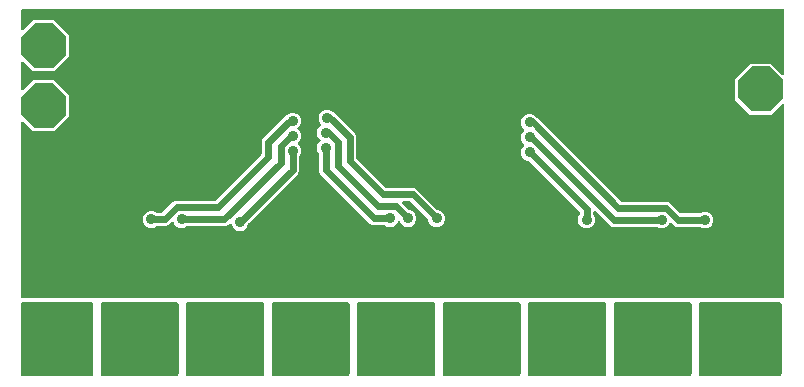
<source format=gbr>
G04 EAGLE Gerber RS-274X export*
G75*
%MOMM*%
%FSLAX34Y34*%
%LPD*%
%INBottom Copper*%
%IPPOS*%
%AMOC8*
5,1,8,0,0,1.08239X$1,22.5*%
G01*
%ADD10P,4.123906X8X202.500000*%
%ADD11P,4.123906X8X22.500000*%
%ADD12C,0.906400*%
%ADD13C,0.609600*%

G36*
X774535Y286455D02*
X774535Y286455D01*
X774674Y286468D01*
X774812Y286477D01*
X774831Y286483D01*
X774851Y286485D01*
X774983Y286532D01*
X775114Y286575D01*
X775132Y286586D01*
X775151Y286593D01*
X775266Y286671D01*
X775383Y286745D01*
X775397Y286760D01*
X775414Y286771D01*
X775506Y286876D01*
X775601Y286977D01*
X775611Y286994D01*
X775624Y287010D01*
X775688Y287134D01*
X775755Y287255D01*
X775760Y287275D01*
X775769Y287293D01*
X775799Y287429D01*
X775834Y287563D01*
X775836Y287591D01*
X775839Y287603D01*
X775838Y287624D01*
X775844Y287724D01*
X775844Y340895D01*
X775829Y341013D01*
X775822Y341132D01*
X775809Y341170D01*
X775804Y341211D01*
X775761Y341321D01*
X775724Y341434D01*
X775702Y341469D01*
X775687Y341506D01*
X775618Y341602D01*
X775554Y341703D01*
X775524Y341731D01*
X775501Y341764D01*
X775409Y341840D01*
X775322Y341921D01*
X775287Y341941D01*
X775256Y341966D01*
X775148Y342017D01*
X775044Y342075D01*
X775004Y342085D01*
X774968Y342102D01*
X774851Y342124D01*
X774736Y342154D01*
X774676Y342158D01*
X774656Y342162D01*
X774635Y342160D01*
X774575Y342164D01*
X130810Y342164D01*
X130692Y342149D01*
X130573Y342142D01*
X130535Y342129D01*
X130494Y342124D01*
X130384Y342081D01*
X130271Y342044D01*
X130236Y342022D01*
X130199Y342007D01*
X130103Y341938D01*
X130002Y341874D01*
X129974Y341844D01*
X129941Y341821D01*
X129865Y341729D01*
X129784Y341642D01*
X129764Y341607D01*
X129739Y341576D01*
X129688Y341468D01*
X129630Y341364D01*
X129620Y341324D01*
X129603Y341288D01*
X129581Y341171D01*
X129551Y341056D01*
X129547Y340996D01*
X129543Y340976D01*
X129545Y340955D01*
X129541Y340895D01*
X129541Y325699D01*
X129558Y325561D01*
X129571Y325423D01*
X129578Y325403D01*
X129581Y325383D01*
X129632Y325254D01*
X129679Y325123D01*
X129690Y325106D01*
X129698Y325088D01*
X129779Y324976D01*
X129857Y324860D01*
X129873Y324847D01*
X129884Y324830D01*
X129992Y324742D01*
X130096Y324650D01*
X130114Y324640D01*
X130129Y324627D01*
X130255Y324568D01*
X130379Y324505D01*
X130399Y324501D01*
X130417Y324492D01*
X130553Y324466D01*
X130689Y324435D01*
X130710Y324436D01*
X130729Y324432D01*
X130868Y324441D01*
X131007Y324445D01*
X131027Y324451D01*
X131047Y324452D01*
X131179Y324495D01*
X131313Y324533D01*
X131330Y324544D01*
X131349Y324550D01*
X131467Y324625D01*
X131587Y324695D01*
X131608Y324714D01*
X131618Y324720D01*
X131632Y324735D01*
X131707Y324801D01*
X139647Y332741D01*
X157533Y332741D01*
X170181Y320093D01*
X170181Y302207D01*
X157533Y289559D01*
X139647Y289559D01*
X131707Y297499D01*
X131598Y297584D01*
X131491Y297673D01*
X131472Y297681D01*
X131456Y297694D01*
X131328Y297749D01*
X131203Y297808D01*
X131183Y297812D01*
X131164Y297820D01*
X131026Y297842D01*
X130890Y297868D01*
X130870Y297867D01*
X130850Y297870D01*
X130711Y297857D01*
X130573Y297848D01*
X130554Y297842D01*
X130534Y297840D01*
X130402Y297793D01*
X130271Y297750D01*
X130253Y297739D01*
X130234Y297732D01*
X130119Y297654D01*
X130002Y297580D01*
X129988Y297565D01*
X129971Y297554D01*
X129879Y297449D01*
X129784Y297348D01*
X129774Y297331D01*
X129761Y297315D01*
X129697Y297191D01*
X129630Y297070D01*
X129625Y297050D01*
X129616Y297032D01*
X129586Y296896D01*
X129551Y296762D01*
X129549Y296734D01*
X129546Y296722D01*
X129547Y296701D01*
X129541Y296601D01*
X129541Y274899D01*
X129558Y274761D01*
X129571Y274623D01*
X129578Y274603D01*
X129581Y274583D01*
X129632Y274454D01*
X129679Y274323D01*
X129690Y274306D01*
X129698Y274288D01*
X129779Y274176D01*
X129857Y274060D01*
X129873Y274047D01*
X129884Y274030D01*
X129992Y273942D01*
X130096Y273850D01*
X130114Y273840D01*
X130129Y273827D01*
X130255Y273768D01*
X130379Y273705D01*
X130399Y273701D01*
X130417Y273692D01*
X130553Y273666D01*
X130689Y273635D01*
X130710Y273636D01*
X130729Y273632D01*
X130868Y273641D01*
X131007Y273645D01*
X131027Y273651D01*
X131047Y273652D01*
X131179Y273695D01*
X131313Y273733D01*
X131330Y273744D01*
X131349Y273750D01*
X131467Y273825D01*
X131587Y273895D01*
X131608Y273914D01*
X131618Y273920D01*
X131632Y273935D01*
X131707Y274001D01*
X139647Y281941D01*
X157533Y281941D01*
X170181Y269293D01*
X170181Y251407D01*
X157533Y238759D01*
X139647Y238759D01*
X131707Y246699D01*
X131598Y246784D01*
X131491Y246873D01*
X131472Y246881D01*
X131456Y246894D01*
X131328Y246949D01*
X131203Y247008D01*
X131183Y247012D01*
X131164Y247020D01*
X131026Y247042D01*
X130890Y247068D01*
X130870Y247067D01*
X130850Y247070D01*
X130711Y247057D01*
X130573Y247048D01*
X130554Y247042D01*
X130534Y247040D01*
X130402Y246993D01*
X130271Y246950D01*
X130253Y246939D01*
X130234Y246932D01*
X130119Y246854D01*
X130002Y246780D01*
X129988Y246765D01*
X129971Y246754D01*
X129879Y246649D01*
X129784Y246548D01*
X129774Y246531D01*
X129761Y246515D01*
X129697Y246391D01*
X129630Y246270D01*
X129625Y246250D01*
X129616Y246232D01*
X129586Y246096D01*
X129551Y245962D01*
X129549Y245934D01*
X129546Y245922D01*
X129547Y245901D01*
X129541Y245801D01*
X129541Y99060D01*
X129556Y98942D01*
X129563Y98823D01*
X129576Y98785D01*
X129581Y98744D01*
X129624Y98634D01*
X129661Y98521D01*
X129683Y98486D01*
X129698Y98449D01*
X129767Y98353D01*
X129831Y98252D01*
X129861Y98224D01*
X129884Y98191D01*
X129976Y98116D01*
X130063Y98034D01*
X130098Y98014D01*
X130129Y97989D01*
X130237Y97938D01*
X130341Y97880D01*
X130381Y97870D01*
X130417Y97853D01*
X130534Y97831D01*
X130649Y97801D01*
X130709Y97797D01*
X130729Y97793D01*
X130750Y97795D01*
X130810Y97791D01*
X774575Y97791D01*
X774693Y97806D01*
X774812Y97813D01*
X774850Y97826D01*
X774891Y97831D01*
X775001Y97874D01*
X775114Y97911D01*
X775149Y97933D01*
X775186Y97948D01*
X775282Y98017D01*
X775383Y98081D01*
X775411Y98111D01*
X775444Y98134D01*
X775520Y98226D01*
X775601Y98313D01*
X775621Y98348D01*
X775646Y98379D01*
X775697Y98487D01*
X775755Y98591D01*
X775765Y98631D01*
X775782Y98667D01*
X775804Y98784D01*
X775834Y98899D01*
X775838Y98959D01*
X775842Y98979D01*
X775840Y99000D01*
X775844Y99060D01*
X775844Y260916D01*
X775827Y261054D01*
X775814Y261192D01*
X775807Y261212D01*
X775804Y261232D01*
X775753Y261361D01*
X775706Y261492D01*
X775695Y261509D01*
X775687Y261527D01*
X775606Y261639D01*
X775528Y261755D01*
X775512Y261768D01*
X775501Y261785D01*
X775393Y261873D01*
X775289Y261965D01*
X775271Y261975D01*
X775256Y261988D01*
X775130Y262047D01*
X775006Y262110D01*
X774986Y262114D01*
X774968Y262123D01*
X774832Y262149D01*
X774696Y262180D01*
X774675Y262179D01*
X774656Y262183D01*
X774517Y262174D01*
X774378Y262170D01*
X774358Y262164D01*
X774338Y262163D01*
X774206Y262120D01*
X774072Y262082D01*
X774055Y262071D01*
X774036Y262065D01*
X773918Y261990D01*
X773798Y261920D01*
X773777Y261901D01*
X773767Y261895D01*
X773753Y261880D01*
X773678Y261814D01*
X764593Y252729D01*
X746707Y252729D01*
X734059Y265377D01*
X734059Y283263D01*
X746707Y295911D01*
X764593Y295911D01*
X773678Y286826D01*
X773787Y286741D01*
X773894Y286652D01*
X773913Y286644D01*
X773929Y286631D01*
X774057Y286576D01*
X774182Y286517D01*
X774202Y286513D01*
X774221Y286505D01*
X774359Y286483D01*
X774495Y286457D01*
X774515Y286458D01*
X774535Y286455D01*
G37*
%LPC*%
G36*
X688641Y169419D02*
X688641Y169419D01*
X703721Y169419D01*
X703819Y169431D01*
X703918Y169434D01*
X703976Y169451D01*
X704036Y169459D01*
X704128Y169495D01*
X704223Y169523D01*
X704276Y169553D01*
X704332Y169576D01*
X704412Y169634D01*
X704497Y169684D01*
X704573Y169750D01*
X704589Y169762D01*
X704597Y169772D01*
X704618Y169790D01*
X704654Y169826D01*
X707253Y170903D01*
X710067Y170903D01*
X712666Y169826D01*
X714656Y167836D01*
X715733Y165237D01*
X715733Y162423D01*
X714656Y159824D01*
X712666Y157834D01*
X710067Y156757D01*
X707253Y156757D01*
X704654Y157834D01*
X704618Y157870D01*
X704540Y157930D01*
X704468Y157998D01*
X704415Y158027D01*
X704367Y158064D01*
X704276Y158104D01*
X704189Y158152D01*
X704131Y158167D01*
X704075Y158191D01*
X703977Y158206D01*
X703881Y158231D01*
X703781Y158237D01*
X703761Y158241D01*
X703749Y158239D01*
X703721Y158241D01*
X684688Y158241D01*
X682634Y159092D01*
X680884Y160843D01*
X680363Y161363D01*
X680324Y161394D01*
X680291Y161430D01*
X680199Y161491D01*
X680112Y161558D01*
X680066Y161578D01*
X680025Y161605D01*
X679921Y161641D01*
X679820Y161684D01*
X679771Y161692D01*
X679724Y161708D01*
X679615Y161717D01*
X679506Y161734D01*
X679457Y161730D01*
X679407Y161734D01*
X679299Y161715D01*
X679189Y161704D01*
X679143Y161688D01*
X679094Y161679D01*
X678993Y161634D01*
X678890Y161597D01*
X678849Y161569D01*
X678804Y161549D01*
X678718Y161480D01*
X678627Y161418D01*
X678594Y161381D01*
X678555Y161350D01*
X678489Y161262D01*
X678417Y161180D01*
X678394Y161136D01*
X678364Y161096D01*
X678293Y160951D01*
X677826Y159824D01*
X675836Y157834D01*
X673237Y156757D01*
X670423Y156757D01*
X667824Y157834D01*
X667788Y157870D01*
X667710Y157930D01*
X667638Y157998D01*
X667585Y158027D01*
X667537Y158064D01*
X667446Y158104D01*
X667359Y158152D01*
X667301Y158167D01*
X667245Y158191D01*
X667147Y158206D01*
X667051Y158231D01*
X666951Y158237D01*
X666931Y158241D01*
X666919Y158239D01*
X666891Y158241D01*
X630078Y158241D01*
X628024Y159092D01*
X626274Y160843D01*
X616085Y171031D01*
X615976Y171116D01*
X615869Y171205D01*
X615850Y171213D01*
X615834Y171226D01*
X615706Y171281D01*
X615581Y171340D01*
X615561Y171344D01*
X615542Y171352D01*
X615404Y171374D01*
X615268Y171400D01*
X615248Y171399D01*
X615228Y171402D01*
X615089Y171389D01*
X614951Y171380D01*
X614932Y171374D01*
X614912Y171372D01*
X614780Y171325D01*
X614649Y171282D01*
X614631Y171271D01*
X614612Y171265D01*
X614497Y171187D01*
X614380Y171112D01*
X614366Y171097D01*
X614349Y171086D01*
X614257Y170982D01*
X614162Y170881D01*
X614152Y170863D01*
X614139Y170848D01*
X614075Y170723D01*
X614008Y170602D01*
X614003Y170582D01*
X613994Y170564D01*
X613964Y170429D01*
X613929Y170294D01*
X613927Y170266D01*
X613924Y170254D01*
X613925Y170234D01*
X613919Y170133D01*
X613919Y168769D01*
X613931Y168671D01*
X613934Y168572D01*
X613951Y168514D01*
X613959Y168454D01*
X613995Y168362D01*
X614023Y168267D01*
X614053Y168214D01*
X614076Y168158D01*
X614134Y168078D01*
X614184Y167993D01*
X614250Y167917D01*
X614262Y167901D01*
X614272Y167893D01*
X614290Y167872D01*
X614326Y167836D01*
X615403Y165237D01*
X615403Y162423D01*
X614326Y159824D01*
X612336Y157834D01*
X609737Y156757D01*
X606923Y156757D01*
X604324Y157834D01*
X602334Y159824D01*
X601257Y162423D01*
X601257Y165237D01*
X602334Y167836D01*
X602370Y167872D01*
X602430Y167950D01*
X602470Y167993D01*
X602498Y168022D01*
X602527Y168075D01*
X602564Y168123D01*
X602604Y168214D01*
X602652Y168301D01*
X602667Y168359D01*
X602691Y168415D01*
X602706Y168513D01*
X602731Y168609D01*
X602737Y168709D01*
X602741Y168729D01*
X602739Y168741D01*
X602741Y168769D01*
X602741Y169879D01*
X602729Y169978D01*
X602726Y170077D01*
X602709Y170135D01*
X602701Y170195D01*
X602665Y170287D01*
X602637Y170382D01*
X602607Y170434D01*
X602584Y170491D01*
X602526Y170571D01*
X602476Y170656D01*
X602410Y170731D01*
X602398Y170748D01*
X602388Y170756D01*
X602370Y170777D01*
X559611Y213536D01*
X559533Y213596D01*
X559460Y213664D01*
X559407Y213693D01*
X559360Y213730D01*
X559269Y213770D01*
X559182Y213818D01*
X559123Y213833D01*
X559068Y213857D01*
X558970Y213872D01*
X558874Y213897D01*
X558774Y213903D01*
X558754Y213907D01*
X558741Y213905D01*
X558713Y213907D01*
X558663Y213907D01*
X556064Y214984D01*
X554074Y216974D01*
X552997Y219573D01*
X552997Y222387D01*
X554074Y224986D01*
X555520Y226433D01*
X555593Y226527D01*
X555672Y226616D01*
X555690Y226652D01*
X555715Y226684D01*
X555762Y226793D01*
X555817Y226899D01*
X555825Y226938D01*
X555841Y226976D01*
X555860Y227093D01*
X555886Y227209D01*
X555885Y227250D01*
X555891Y227290D01*
X555880Y227408D01*
X555877Y227527D01*
X555865Y227566D01*
X555861Y227606D01*
X555821Y227718D01*
X555788Y227833D01*
X555768Y227868D01*
X555754Y227906D01*
X555687Y228004D01*
X555627Y228107D01*
X555587Y228152D01*
X555575Y228169D01*
X555560Y228182D01*
X555520Y228228D01*
X554074Y229674D01*
X552997Y232273D01*
X552997Y235087D01*
X554074Y237686D01*
X555520Y239132D01*
X555593Y239227D01*
X555672Y239316D01*
X555690Y239352D01*
X555715Y239384D01*
X555762Y239493D01*
X555817Y239599D01*
X555825Y239638D01*
X555841Y239676D01*
X555860Y239793D01*
X555886Y239909D01*
X555885Y239950D01*
X555891Y239990D01*
X555880Y240108D01*
X555877Y240227D01*
X555865Y240266D01*
X555861Y240306D01*
X555821Y240419D01*
X555788Y240533D01*
X555768Y240567D01*
X555754Y240606D01*
X555687Y240704D01*
X555627Y240807D01*
X555587Y240852D01*
X555575Y240869D01*
X555560Y240882D01*
X555520Y240927D01*
X554074Y242374D01*
X552997Y244973D01*
X552997Y247787D01*
X554074Y250386D01*
X556064Y252376D01*
X558663Y253453D01*
X561477Y253453D01*
X564076Y252376D01*
X564844Y251608D01*
X564851Y251603D01*
X564857Y251596D01*
X564976Y251506D01*
X565095Y251414D01*
X565104Y251410D01*
X565111Y251404D01*
X565256Y251333D01*
X565776Y251118D01*
X637157Y179736D01*
X637235Y179676D01*
X637308Y179608D01*
X637361Y179579D01*
X637408Y179542D01*
X637499Y179502D01*
X637586Y179454D01*
X637645Y179439D01*
X637700Y179415D01*
X637798Y179400D01*
X637894Y179375D01*
X637994Y179369D01*
X638014Y179365D01*
X638027Y179367D01*
X638055Y179365D01*
X676966Y179365D01*
X679020Y178514D01*
X687743Y169790D01*
X687821Y169730D01*
X687894Y169662D01*
X687947Y169633D01*
X687994Y169596D01*
X688085Y169556D01*
X688172Y169508D01*
X688231Y169493D01*
X688286Y169469D01*
X688384Y169454D01*
X688480Y169429D01*
X688580Y169423D01*
X688600Y169419D01*
X688613Y169421D01*
X688641Y169419D01*
G37*
%LPD*%
%LPC*%
G36*
X313553Y154647D02*
X313553Y154647D01*
X310954Y155724D01*
X308964Y157714D01*
X307930Y160210D01*
X307906Y160253D01*
X307889Y160300D01*
X307827Y160390D01*
X307773Y160486D01*
X307738Y160522D01*
X307710Y160563D01*
X307628Y160635D01*
X307551Y160714D01*
X307509Y160740D01*
X307472Y160773D01*
X307374Y160823D01*
X307280Y160880D01*
X307233Y160895D01*
X307188Y160918D01*
X307081Y160942D01*
X306976Y160974D01*
X306927Y160976D01*
X306878Y160987D01*
X306768Y160984D01*
X306659Y160989D01*
X306610Y160979D01*
X306560Y160978D01*
X306455Y160947D01*
X306347Y160925D01*
X306302Y160903D01*
X306255Y160889D01*
X306160Y160834D01*
X306061Y160785D01*
X306024Y160753D01*
X305981Y160728D01*
X305860Y160621D01*
X304761Y159522D01*
X302707Y158671D01*
X270369Y158671D01*
X270271Y158659D01*
X270172Y158656D01*
X270114Y158639D01*
X270054Y158631D01*
X269962Y158595D01*
X269867Y158567D01*
X269814Y158537D01*
X269758Y158514D01*
X269678Y158456D01*
X269593Y158406D01*
X269517Y158340D01*
X269501Y158328D01*
X269493Y158318D01*
X269472Y158300D01*
X269436Y158264D01*
X266837Y157187D01*
X264023Y157187D01*
X261424Y158264D01*
X259434Y160254D01*
X258900Y161544D01*
X258875Y161587D01*
X258858Y161634D01*
X258796Y161725D01*
X258742Y161820D01*
X258707Y161856D01*
X258680Y161897D01*
X258597Y161970D01*
X258521Y162049D01*
X258478Y162075D01*
X258441Y162108D01*
X258343Y162158D01*
X258250Y162215D01*
X258202Y162230D01*
X258158Y162252D01*
X258051Y162276D01*
X257946Y162309D01*
X257896Y162311D01*
X257848Y162322D01*
X257738Y162318D01*
X257628Y162324D01*
X257579Y162314D01*
X257530Y162312D01*
X257424Y162282D01*
X257317Y162259D01*
X257272Y162237D01*
X257224Y162224D01*
X257130Y162168D01*
X257031Y162120D01*
X256993Y162087D01*
X256950Y162062D01*
X256829Y161956D01*
X254396Y159522D01*
X252342Y158671D01*
X244739Y158671D01*
X244641Y158659D01*
X244542Y158656D01*
X244484Y158639D01*
X244424Y158631D01*
X244332Y158595D01*
X244237Y158567D01*
X244184Y158537D01*
X244128Y158514D01*
X244048Y158456D01*
X243963Y158406D01*
X243887Y158340D01*
X243871Y158328D01*
X243863Y158318D01*
X243842Y158300D01*
X243806Y158264D01*
X241207Y157187D01*
X238393Y157187D01*
X235794Y158264D01*
X233804Y160254D01*
X232727Y162853D01*
X232727Y165667D01*
X233804Y168266D01*
X235794Y170256D01*
X238393Y171333D01*
X241207Y171333D01*
X243806Y170256D01*
X243842Y170220D01*
X243920Y170160D01*
X243992Y170092D01*
X244045Y170063D01*
X244093Y170026D01*
X244184Y169986D01*
X244271Y169938D01*
X244329Y169923D01*
X244385Y169899D01*
X244483Y169884D01*
X244579Y169859D01*
X244679Y169853D01*
X244699Y169849D01*
X244711Y169851D01*
X244739Y169849D01*
X248389Y169849D01*
X248488Y169861D01*
X248587Y169864D01*
X248645Y169881D01*
X248705Y169889D01*
X248797Y169925D01*
X248892Y169953D01*
X248944Y169983D01*
X249001Y170006D01*
X249081Y170064D01*
X249166Y170114D01*
X249241Y170180D01*
X249258Y170192D01*
X249266Y170202D01*
X249287Y170220D01*
X258224Y179158D01*
X260278Y180009D01*
X293499Y180009D01*
X293598Y180021D01*
X293697Y180024D01*
X293755Y180041D01*
X293815Y180049D01*
X293907Y180085D01*
X294002Y180113D01*
X294054Y180143D01*
X294111Y180166D01*
X294191Y180224D01*
X294276Y180274D01*
X294351Y180340D01*
X294368Y180352D01*
X294376Y180362D01*
X294397Y180380D01*
X332916Y218899D01*
X332976Y218977D01*
X333044Y219050D01*
X333073Y219103D01*
X333110Y219150D01*
X333150Y219241D01*
X333198Y219328D01*
X333213Y219387D01*
X333237Y219442D01*
X333252Y219540D01*
X333277Y219636D01*
X333283Y219736D01*
X333287Y219756D01*
X333285Y219769D01*
X333287Y219797D01*
X333287Y230768D01*
X334138Y232822D01*
X353704Y252388D01*
X354224Y252603D01*
X354232Y252608D01*
X354241Y252611D01*
X354371Y252687D01*
X354501Y252761D01*
X354507Y252767D01*
X354515Y252772D01*
X354636Y252878D01*
X355404Y253646D01*
X358003Y254723D01*
X360817Y254723D01*
X363416Y253646D01*
X365406Y251656D01*
X366483Y249057D01*
X366483Y246243D01*
X365406Y243644D01*
X363960Y242197D01*
X363887Y242103D01*
X363808Y242014D01*
X363790Y241978D01*
X363765Y241946D01*
X363718Y241837D01*
X363663Y241731D01*
X363655Y241692D01*
X363639Y241654D01*
X363620Y241537D01*
X363594Y241421D01*
X363595Y241380D01*
X363589Y241340D01*
X363600Y241222D01*
X363603Y241103D01*
X363615Y241064D01*
X363619Y241024D01*
X363659Y240912D01*
X363692Y240797D01*
X363712Y240762D01*
X363726Y240724D01*
X363793Y240626D01*
X363853Y240523D01*
X363893Y240478D01*
X363905Y240461D01*
X363920Y240448D01*
X363960Y240402D01*
X365406Y238956D01*
X366483Y236357D01*
X366483Y233543D01*
X365406Y230944D01*
X364047Y229585D01*
X363974Y229491D01*
X363896Y229402D01*
X363877Y229366D01*
X363852Y229334D01*
X363805Y229225D01*
X363751Y229119D01*
X363742Y229079D01*
X363726Y229042D01*
X363707Y228924D01*
X363681Y228808D01*
X363683Y228768D01*
X363676Y228728D01*
X363687Y228609D01*
X363691Y228490D01*
X363702Y228451D01*
X363706Y228411D01*
X363746Y228299D01*
X363779Y228185D01*
X363800Y228150D01*
X363814Y228112D01*
X363880Y228013D01*
X363941Y227911D01*
X363981Y227866D01*
X363992Y227849D01*
X364007Y227835D01*
X364047Y227790D01*
X365494Y226344D01*
X366570Y223744D01*
X366570Y220931D01*
X365494Y218331D01*
X365458Y218296D01*
X365397Y218217D01*
X365329Y218145D01*
X365300Y218092D01*
X365263Y218044D01*
X365224Y217953D01*
X365176Y217867D01*
X365161Y217808D01*
X365137Y217753D01*
X365121Y217655D01*
X365096Y217559D01*
X365090Y217459D01*
X365087Y217438D01*
X365088Y217426D01*
X365086Y217398D01*
X365086Y205146D01*
X364235Y203092D01*
X322404Y161261D01*
X322344Y161183D01*
X322276Y161110D01*
X322247Y161057D01*
X322210Y161010D01*
X322170Y160919D01*
X322122Y160832D01*
X322107Y160773D01*
X322083Y160718D01*
X322068Y160620D01*
X322043Y160524D01*
X322037Y160424D01*
X322033Y160404D01*
X322035Y160391D01*
X322033Y160363D01*
X322033Y160313D01*
X320956Y157714D01*
X318966Y155724D01*
X316367Y154647D01*
X313553Y154647D01*
G37*
%LPD*%
G36*
X772278Y31766D02*
X772278Y31766D01*
X772397Y31773D01*
X772435Y31786D01*
X772476Y31791D01*
X772586Y31834D01*
X772699Y31871D01*
X772734Y31893D01*
X772771Y31908D01*
X772867Y31978D01*
X772968Y32041D01*
X772996Y32071D01*
X773029Y32094D01*
X773105Y32186D01*
X773186Y32273D01*
X773206Y32308D01*
X773231Y32339D01*
X773282Y32447D01*
X773340Y32551D01*
X773350Y32591D01*
X773367Y32627D01*
X773389Y32744D01*
X773419Y32859D01*
X773423Y32920D01*
X773427Y32940D01*
X773425Y32960D01*
X773429Y33020D01*
X773429Y92710D01*
X773414Y92828D01*
X773407Y92947D01*
X773394Y92985D01*
X773389Y93026D01*
X773346Y93136D01*
X773309Y93249D01*
X773287Y93284D01*
X773272Y93321D01*
X773203Y93417D01*
X773139Y93518D01*
X773109Y93546D01*
X773086Y93579D01*
X772994Y93655D01*
X772907Y93736D01*
X772872Y93756D01*
X772841Y93781D01*
X772733Y93832D01*
X772629Y93890D01*
X772589Y93900D01*
X772553Y93917D01*
X772436Y93939D01*
X772321Y93969D01*
X772261Y93973D01*
X772241Y93977D01*
X772220Y93975D01*
X772160Y93979D01*
X704850Y93979D01*
X704732Y93964D01*
X704613Y93957D01*
X704575Y93944D01*
X704534Y93939D01*
X704424Y93896D01*
X704311Y93859D01*
X704276Y93837D01*
X704239Y93822D01*
X704143Y93753D01*
X704042Y93689D01*
X704014Y93659D01*
X703981Y93636D01*
X703906Y93544D01*
X703824Y93457D01*
X703804Y93422D01*
X703779Y93391D01*
X703728Y93283D01*
X703670Y93179D01*
X703660Y93139D01*
X703643Y93103D01*
X703621Y92986D01*
X703591Y92871D01*
X703587Y92811D01*
X703583Y92791D01*
X703585Y92770D01*
X703584Y92758D01*
X703583Y92755D01*
X703583Y92753D01*
X703581Y92710D01*
X703581Y33020D01*
X703596Y32902D01*
X703603Y32783D01*
X703616Y32745D01*
X703621Y32704D01*
X703664Y32594D01*
X703701Y32481D01*
X703723Y32446D01*
X703738Y32409D01*
X703808Y32313D01*
X703871Y32212D01*
X703901Y32184D01*
X703924Y32151D01*
X704016Y32076D01*
X704103Y31994D01*
X704138Y31974D01*
X704169Y31949D01*
X704277Y31898D01*
X704381Y31840D01*
X704421Y31830D01*
X704457Y31813D01*
X704574Y31791D01*
X704689Y31761D01*
X704750Y31757D01*
X704770Y31753D01*
X704790Y31755D01*
X704850Y31751D01*
X772160Y31751D01*
X772278Y31766D01*
G37*
G36*
X478908Y31766D02*
X478908Y31766D01*
X479027Y31773D01*
X479065Y31786D01*
X479106Y31791D01*
X479216Y31834D01*
X479329Y31871D01*
X479364Y31893D01*
X479401Y31908D01*
X479497Y31978D01*
X479598Y32041D01*
X479626Y32071D01*
X479659Y32094D01*
X479735Y32186D01*
X479816Y32273D01*
X479836Y32308D01*
X479861Y32339D01*
X479912Y32447D01*
X479970Y32551D01*
X479980Y32591D01*
X479997Y32627D01*
X480019Y32744D01*
X480049Y32859D01*
X480053Y32920D01*
X480057Y32940D01*
X480055Y32960D01*
X480059Y33020D01*
X480059Y92710D01*
X480044Y92828D01*
X480037Y92947D01*
X480024Y92985D01*
X480019Y93026D01*
X479976Y93136D01*
X479939Y93249D01*
X479917Y93284D01*
X479902Y93321D01*
X479833Y93417D01*
X479769Y93518D01*
X479739Y93546D01*
X479716Y93579D01*
X479624Y93655D01*
X479537Y93736D01*
X479502Y93756D01*
X479471Y93781D01*
X479363Y93832D01*
X479259Y93890D01*
X479219Y93900D01*
X479183Y93917D01*
X479066Y93939D01*
X478951Y93969D01*
X478891Y93973D01*
X478871Y93977D01*
X478850Y93975D01*
X478790Y93979D01*
X415290Y93979D01*
X415172Y93964D01*
X415053Y93957D01*
X415015Y93944D01*
X414974Y93939D01*
X414864Y93896D01*
X414751Y93859D01*
X414716Y93837D01*
X414679Y93822D01*
X414583Y93753D01*
X414482Y93689D01*
X414454Y93659D01*
X414421Y93636D01*
X414346Y93544D01*
X414264Y93457D01*
X414244Y93422D01*
X414219Y93391D01*
X414168Y93283D01*
X414110Y93179D01*
X414100Y93139D01*
X414083Y93103D01*
X414061Y92986D01*
X414031Y92871D01*
X414027Y92811D01*
X414023Y92791D01*
X414025Y92770D01*
X414024Y92758D01*
X414023Y92755D01*
X414023Y92753D01*
X414021Y92710D01*
X414021Y33020D01*
X414036Y32902D01*
X414043Y32783D01*
X414056Y32745D01*
X414061Y32704D01*
X414104Y32594D01*
X414141Y32481D01*
X414163Y32446D01*
X414178Y32409D01*
X414248Y32313D01*
X414311Y32212D01*
X414341Y32184D01*
X414364Y32151D01*
X414456Y32076D01*
X414543Y31994D01*
X414578Y31974D01*
X414609Y31949D01*
X414717Y31898D01*
X414821Y31840D01*
X414861Y31830D01*
X414897Y31813D01*
X415014Y31791D01*
X415129Y31761D01*
X415190Y31757D01*
X415210Y31753D01*
X415230Y31755D01*
X415290Y31751D01*
X478790Y31751D01*
X478908Y31766D01*
G37*
G36*
X551298Y31766D02*
X551298Y31766D01*
X551417Y31773D01*
X551455Y31786D01*
X551496Y31791D01*
X551606Y31834D01*
X551719Y31871D01*
X551754Y31893D01*
X551791Y31908D01*
X551887Y31978D01*
X551988Y32041D01*
X552016Y32071D01*
X552049Y32094D01*
X552125Y32186D01*
X552206Y32273D01*
X552226Y32308D01*
X552251Y32339D01*
X552302Y32447D01*
X552360Y32551D01*
X552370Y32591D01*
X552387Y32627D01*
X552409Y32744D01*
X552439Y32859D01*
X552443Y32920D01*
X552447Y32940D01*
X552445Y32960D01*
X552449Y33020D01*
X552449Y92710D01*
X552434Y92828D01*
X552427Y92947D01*
X552414Y92985D01*
X552409Y93026D01*
X552366Y93136D01*
X552329Y93249D01*
X552307Y93284D01*
X552292Y93321D01*
X552223Y93417D01*
X552159Y93518D01*
X552129Y93546D01*
X552106Y93579D01*
X552014Y93655D01*
X551927Y93736D01*
X551892Y93756D01*
X551861Y93781D01*
X551753Y93832D01*
X551649Y93890D01*
X551609Y93900D01*
X551573Y93917D01*
X551456Y93939D01*
X551341Y93969D01*
X551281Y93973D01*
X551261Y93977D01*
X551240Y93975D01*
X551180Y93979D01*
X487680Y93979D01*
X487562Y93964D01*
X487443Y93957D01*
X487405Y93944D01*
X487364Y93939D01*
X487254Y93896D01*
X487141Y93859D01*
X487106Y93837D01*
X487069Y93822D01*
X486973Y93753D01*
X486872Y93689D01*
X486844Y93659D01*
X486811Y93636D01*
X486736Y93544D01*
X486654Y93457D01*
X486634Y93422D01*
X486609Y93391D01*
X486558Y93283D01*
X486500Y93179D01*
X486490Y93139D01*
X486473Y93103D01*
X486451Y92986D01*
X486421Y92871D01*
X486417Y92811D01*
X486413Y92791D01*
X486415Y92770D01*
X486414Y92758D01*
X486413Y92755D01*
X486413Y92753D01*
X486411Y92710D01*
X486411Y33020D01*
X486426Y32902D01*
X486433Y32783D01*
X486446Y32745D01*
X486451Y32704D01*
X486494Y32594D01*
X486531Y32481D01*
X486553Y32446D01*
X486568Y32409D01*
X486638Y32313D01*
X486701Y32212D01*
X486731Y32184D01*
X486754Y32151D01*
X486846Y32076D01*
X486933Y31994D01*
X486968Y31974D01*
X486999Y31949D01*
X487107Y31898D01*
X487211Y31840D01*
X487251Y31830D01*
X487287Y31813D01*
X487404Y31791D01*
X487519Y31761D01*
X487580Y31757D01*
X487600Y31753D01*
X487620Y31755D01*
X487680Y31751D01*
X551180Y31751D01*
X551298Y31766D01*
G37*
G36*
X623688Y31766D02*
X623688Y31766D01*
X623807Y31773D01*
X623845Y31786D01*
X623886Y31791D01*
X623996Y31834D01*
X624109Y31871D01*
X624144Y31893D01*
X624181Y31908D01*
X624277Y31978D01*
X624378Y32041D01*
X624406Y32071D01*
X624439Y32094D01*
X624515Y32186D01*
X624596Y32273D01*
X624616Y32308D01*
X624641Y32339D01*
X624692Y32447D01*
X624750Y32551D01*
X624760Y32591D01*
X624777Y32627D01*
X624799Y32744D01*
X624829Y32859D01*
X624833Y32920D01*
X624837Y32940D01*
X624835Y32960D01*
X624839Y33020D01*
X624839Y92710D01*
X624824Y92828D01*
X624817Y92947D01*
X624804Y92985D01*
X624799Y93026D01*
X624756Y93136D01*
X624719Y93249D01*
X624697Y93284D01*
X624682Y93321D01*
X624613Y93417D01*
X624549Y93518D01*
X624519Y93546D01*
X624496Y93579D01*
X624404Y93655D01*
X624317Y93736D01*
X624282Y93756D01*
X624251Y93781D01*
X624143Y93832D01*
X624039Y93890D01*
X623999Y93900D01*
X623963Y93917D01*
X623846Y93939D01*
X623731Y93969D01*
X623671Y93973D01*
X623651Y93977D01*
X623630Y93975D01*
X623570Y93979D01*
X560070Y93979D01*
X559952Y93964D01*
X559833Y93957D01*
X559795Y93944D01*
X559754Y93939D01*
X559644Y93896D01*
X559531Y93859D01*
X559496Y93837D01*
X559459Y93822D01*
X559363Y93753D01*
X559262Y93689D01*
X559234Y93659D01*
X559201Y93636D01*
X559126Y93544D01*
X559044Y93457D01*
X559024Y93422D01*
X558999Y93391D01*
X558948Y93283D01*
X558890Y93179D01*
X558880Y93139D01*
X558863Y93103D01*
X558841Y92986D01*
X558811Y92871D01*
X558807Y92811D01*
X558803Y92791D01*
X558805Y92770D01*
X558804Y92758D01*
X558803Y92755D01*
X558803Y92753D01*
X558801Y92710D01*
X558801Y33020D01*
X558816Y32902D01*
X558823Y32783D01*
X558836Y32745D01*
X558841Y32704D01*
X558884Y32594D01*
X558921Y32481D01*
X558943Y32446D01*
X558958Y32409D01*
X559028Y32313D01*
X559091Y32212D01*
X559121Y32184D01*
X559144Y32151D01*
X559236Y32076D01*
X559323Y31994D01*
X559358Y31974D01*
X559389Y31949D01*
X559497Y31898D01*
X559601Y31840D01*
X559641Y31830D01*
X559677Y31813D01*
X559794Y31791D01*
X559909Y31761D01*
X559970Y31757D01*
X559990Y31753D01*
X560010Y31755D01*
X560070Y31751D01*
X623570Y31751D01*
X623688Y31766D01*
G37*
G36*
X261738Y31766D02*
X261738Y31766D01*
X261857Y31773D01*
X261895Y31786D01*
X261936Y31791D01*
X262046Y31834D01*
X262159Y31871D01*
X262194Y31893D01*
X262231Y31908D01*
X262327Y31978D01*
X262428Y32041D01*
X262456Y32071D01*
X262489Y32094D01*
X262565Y32186D01*
X262646Y32273D01*
X262666Y32308D01*
X262691Y32339D01*
X262742Y32447D01*
X262800Y32551D01*
X262810Y32591D01*
X262827Y32627D01*
X262849Y32744D01*
X262879Y32859D01*
X262883Y32920D01*
X262887Y32940D01*
X262885Y32960D01*
X262889Y33020D01*
X262889Y92710D01*
X262874Y92828D01*
X262867Y92947D01*
X262854Y92985D01*
X262849Y93026D01*
X262806Y93136D01*
X262769Y93249D01*
X262747Y93284D01*
X262732Y93321D01*
X262663Y93417D01*
X262599Y93518D01*
X262569Y93546D01*
X262546Y93579D01*
X262454Y93655D01*
X262367Y93736D01*
X262332Y93756D01*
X262301Y93781D01*
X262193Y93832D01*
X262089Y93890D01*
X262049Y93900D01*
X262013Y93917D01*
X261896Y93939D01*
X261781Y93969D01*
X261721Y93973D01*
X261701Y93977D01*
X261680Y93975D01*
X261620Y93979D01*
X198120Y93979D01*
X198002Y93964D01*
X197883Y93957D01*
X197845Y93944D01*
X197804Y93939D01*
X197694Y93896D01*
X197581Y93859D01*
X197546Y93837D01*
X197509Y93822D01*
X197413Y93753D01*
X197312Y93689D01*
X197284Y93659D01*
X197251Y93636D01*
X197176Y93544D01*
X197094Y93457D01*
X197074Y93422D01*
X197049Y93391D01*
X196998Y93283D01*
X196940Y93179D01*
X196930Y93139D01*
X196913Y93103D01*
X196891Y92986D01*
X196861Y92871D01*
X196857Y92811D01*
X196853Y92791D01*
X196855Y92770D01*
X196854Y92758D01*
X196853Y92755D01*
X196853Y92753D01*
X196851Y92710D01*
X196851Y33020D01*
X196866Y32902D01*
X196873Y32783D01*
X196886Y32745D01*
X196891Y32704D01*
X196934Y32594D01*
X196971Y32481D01*
X196993Y32446D01*
X197008Y32409D01*
X197078Y32313D01*
X197141Y32212D01*
X197171Y32184D01*
X197194Y32151D01*
X197286Y32076D01*
X197373Y31994D01*
X197408Y31974D01*
X197439Y31949D01*
X197547Y31898D01*
X197651Y31840D01*
X197691Y31830D01*
X197727Y31813D01*
X197844Y31791D01*
X197959Y31761D01*
X198020Y31757D01*
X198040Y31753D01*
X198060Y31755D01*
X198120Y31751D01*
X261620Y31751D01*
X261738Y31766D01*
G37*
G36*
X406518Y31766D02*
X406518Y31766D01*
X406637Y31773D01*
X406675Y31786D01*
X406716Y31791D01*
X406826Y31834D01*
X406939Y31871D01*
X406974Y31893D01*
X407011Y31908D01*
X407107Y31978D01*
X407208Y32041D01*
X407236Y32071D01*
X407269Y32094D01*
X407345Y32186D01*
X407426Y32273D01*
X407446Y32308D01*
X407471Y32339D01*
X407522Y32447D01*
X407580Y32551D01*
X407590Y32591D01*
X407607Y32627D01*
X407629Y32744D01*
X407659Y32859D01*
X407663Y32920D01*
X407667Y32940D01*
X407665Y32960D01*
X407669Y33020D01*
X407669Y92710D01*
X407654Y92828D01*
X407647Y92947D01*
X407634Y92985D01*
X407629Y93026D01*
X407586Y93136D01*
X407549Y93249D01*
X407527Y93284D01*
X407512Y93321D01*
X407443Y93417D01*
X407379Y93518D01*
X407349Y93546D01*
X407326Y93579D01*
X407234Y93655D01*
X407147Y93736D01*
X407112Y93756D01*
X407081Y93781D01*
X406973Y93832D01*
X406869Y93890D01*
X406829Y93900D01*
X406793Y93917D01*
X406676Y93939D01*
X406561Y93969D01*
X406501Y93973D01*
X406481Y93977D01*
X406460Y93975D01*
X406400Y93979D01*
X342900Y93979D01*
X342782Y93964D01*
X342663Y93957D01*
X342625Y93944D01*
X342584Y93939D01*
X342474Y93896D01*
X342361Y93859D01*
X342326Y93837D01*
X342289Y93822D01*
X342193Y93753D01*
X342092Y93689D01*
X342064Y93659D01*
X342031Y93636D01*
X341956Y93544D01*
X341874Y93457D01*
X341854Y93422D01*
X341829Y93391D01*
X341778Y93283D01*
X341720Y93179D01*
X341710Y93139D01*
X341693Y93103D01*
X341671Y92986D01*
X341641Y92871D01*
X341637Y92811D01*
X341633Y92791D01*
X341635Y92770D01*
X341634Y92758D01*
X341633Y92755D01*
X341633Y92753D01*
X341631Y92710D01*
X341631Y33020D01*
X341646Y32902D01*
X341653Y32783D01*
X341666Y32745D01*
X341671Y32704D01*
X341714Y32594D01*
X341751Y32481D01*
X341773Y32446D01*
X341788Y32409D01*
X341858Y32313D01*
X341921Y32212D01*
X341951Y32184D01*
X341974Y32151D01*
X342066Y32076D01*
X342153Y31994D01*
X342188Y31974D01*
X342219Y31949D01*
X342327Y31898D01*
X342431Y31840D01*
X342471Y31830D01*
X342507Y31813D01*
X342624Y31791D01*
X342739Y31761D01*
X342800Y31757D01*
X342820Y31753D01*
X342840Y31755D01*
X342900Y31751D01*
X406400Y31751D01*
X406518Y31766D01*
G37*
G36*
X696078Y31766D02*
X696078Y31766D01*
X696197Y31773D01*
X696235Y31786D01*
X696276Y31791D01*
X696386Y31834D01*
X696499Y31871D01*
X696534Y31893D01*
X696571Y31908D01*
X696667Y31978D01*
X696768Y32041D01*
X696796Y32071D01*
X696829Y32094D01*
X696905Y32186D01*
X696986Y32273D01*
X697006Y32308D01*
X697031Y32339D01*
X697082Y32447D01*
X697140Y32551D01*
X697150Y32591D01*
X697167Y32627D01*
X697189Y32744D01*
X697219Y32859D01*
X697223Y32920D01*
X697227Y32940D01*
X697225Y32960D01*
X697229Y33020D01*
X697229Y92710D01*
X697214Y92828D01*
X697207Y92947D01*
X697194Y92985D01*
X697189Y93026D01*
X697146Y93136D01*
X697109Y93249D01*
X697087Y93284D01*
X697072Y93321D01*
X697003Y93417D01*
X696939Y93518D01*
X696909Y93546D01*
X696886Y93579D01*
X696794Y93655D01*
X696707Y93736D01*
X696672Y93756D01*
X696641Y93781D01*
X696533Y93832D01*
X696429Y93890D01*
X696389Y93900D01*
X696353Y93917D01*
X696236Y93939D01*
X696121Y93969D01*
X696061Y93973D01*
X696041Y93977D01*
X696020Y93975D01*
X695960Y93979D01*
X632460Y93979D01*
X632342Y93964D01*
X632223Y93957D01*
X632185Y93944D01*
X632144Y93939D01*
X632034Y93896D01*
X631921Y93859D01*
X631886Y93837D01*
X631849Y93822D01*
X631753Y93753D01*
X631652Y93689D01*
X631624Y93659D01*
X631591Y93636D01*
X631516Y93544D01*
X631434Y93457D01*
X631414Y93422D01*
X631389Y93391D01*
X631338Y93283D01*
X631280Y93179D01*
X631270Y93139D01*
X631253Y93103D01*
X631231Y92986D01*
X631201Y92871D01*
X631197Y92811D01*
X631193Y92791D01*
X631195Y92770D01*
X631194Y92758D01*
X631193Y92755D01*
X631193Y92753D01*
X631191Y92710D01*
X631191Y33020D01*
X631206Y32902D01*
X631213Y32783D01*
X631226Y32745D01*
X631231Y32704D01*
X631274Y32594D01*
X631311Y32481D01*
X631333Y32446D01*
X631348Y32409D01*
X631418Y32313D01*
X631481Y32212D01*
X631511Y32184D01*
X631534Y32151D01*
X631626Y32076D01*
X631713Y31994D01*
X631748Y31974D01*
X631779Y31949D01*
X631887Y31898D01*
X631991Y31840D01*
X632031Y31830D01*
X632067Y31813D01*
X632184Y31791D01*
X632299Y31761D01*
X632360Y31757D01*
X632380Y31753D01*
X632400Y31755D01*
X632460Y31751D01*
X695960Y31751D01*
X696078Y31766D01*
G37*
G36*
X334128Y31766D02*
X334128Y31766D01*
X334247Y31773D01*
X334285Y31786D01*
X334326Y31791D01*
X334436Y31834D01*
X334549Y31871D01*
X334584Y31893D01*
X334621Y31908D01*
X334717Y31978D01*
X334818Y32041D01*
X334846Y32071D01*
X334879Y32094D01*
X334955Y32186D01*
X335036Y32273D01*
X335056Y32308D01*
X335081Y32339D01*
X335132Y32447D01*
X335190Y32551D01*
X335200Y32591D01*
X335217Y32627D01*
X335239Y32744D01*
X335269Y32859D01*
X335273Y32920D01*
X335277Y32940D01*
X335275Y32960D01*
X335279Y33020D01*
X335279Y92710D01*
X335264Y92828D01*
X335257Y92947D01*
X335244Y92985D01*
X335239Y93026D01*
X335196Y93136D01*
X335159Y93249D01*
X335137Y93284D01*
X335122Y93321D01*
X335053Y93417D01*
X334989Y93518D01*
X334959Y93546D01*
X334936Y93579D01*
X334844Y93655D01*
X334757Y93736D01*
X334722Y93756D01*
X334691Y93781D01*
X334583Y93832D01*
X334479Y93890D01*
X334439Y93900D01*
X334403Y93917D01*
X334286Y93939D01*
X334171Y93969D01*
X334111Y93973D01*
X334091Y93977D01*
X334070Y93975D01*
X334010Y93979D01*
X270510Y93979D01*
X270392Y93964D01*
X270273Y93957D01*
X270235Y93944D01*
X270194Y93939D01*
X270084Y93896D01*
X269971Y93859D01*
X269936Y93837D01*
X269899Y93822D01*
X269803Y93753D01*
X269702Y93689D01*
X269674Y93659D01*
X269641Y93636D01*
X269566Y93544D01*
X269484Y93457D01*
X269464Y93422D01*
X269439Y93391D01*
X269388Y93283D01*
X269330Y93179D01*
X269320Y93139D01*
X269303Y93103D01*
X269281Y92986D01*
X269251Y92871D01*
X269247Y92811D01*
X269243Y92791D01*
X269245Y92770D01*
X269244Y92758D01*
X269243Y92755D01*
X269243Y92753D01*
X269241Y92710D01*
X269241Y33020D01*
X269256Y32902D01*
X269263Y32783D01*
X269276Y32745D01*
X269281Y32704D01*
X269324Y32594D01*
X269361Y32481D01*
X269383Y32446D01*
X269398Y32409D01*
X269468Y32313D01*
X269531Y32212D01*
X269561Y32184D01*
X269584Y32151D01*
X269676Y32076D01*
X269763Y31994D01*
X269798Y31974D01*
X269829Y31949D01*
X269937Y31898D01*
X270041Y31840D01*
X270081Y31830D01*
X270117Y31813D01*
X270234Y31791D01*
X270349Y31761D01*
X270410Y31757D01*
X270430Y31753D01*
X270450Y31755D01*
X270510Y31751D01*
X334010Y31751D01*
X334128Y31766D01*
G37*
%LPC*%
G36*
X438626Y191009D02*
X438626Y191009D01*
X462122Y191009D01*
X464176Y190158D01*
X481789Y172544D01*
X481867Y172484D01*
X481940Y172416D01*
X481993Y172387D01*
X482040Y172350D01*
X482131Y172310D01*
X482218Y172262D01*
X482277Y172247D01*
X482332Y172223D01*
X482430Y172208D01*
X482526Y172183D01*
X482626Y172177D01*
X482646Y172173D01*
X482659Y172175D01*
X482687Y172173D01*
X482737Y172173D01*
X485336Y171096D01*
X487326Y169106D01*
X488403Y166507D01*
X488403Y163693D01*
X487326Y161094D01*
X485336Y159104D01*
X482737Y158027D01*
X479923Y158027D01*
X477324Y159104D01*
X475334Y161094D01*
X474257Y163693D01*
X474257Y163743D01*
X474245Y163842D01*
X474242Y163941D01*
X474225Y163999D01*
X474217Y164059D01*
X474181Y164151D01*
X474153Y164246D01*
X474123Y164298D01*
X474100Y164355D01*
X474042Y164435D01*
X473992Y164520D01*
X473926Y164595D01*
X473914Y164612D01*
X473904Y164620D01*
X473886Y164641D01*
X459067Y179460D01*
X458989Y179520D01*
X458916Y179588D01*
X458863Y179617D01*
X458816Y179654D01*
X458725Y179694D01*
X458638Y179742D01*
X458579Y179757D01*
X458524Y179781D01*
X458426Y179796D01*
X458330Y179821D01*
X458230Y179827D01*
X458210Y179831D01*
X458197Y179829D01*
X458169Y179831D01*
X453437Y179831D01*
X453299Y179814D01*
X453160Y179801D01*
X453141Y179794D01*
X453121Y179791D01*
X452992Y179740D01*
X452861Y179693D01*
X452844Y179682D01*
X452825Y179674D01*
X452713Y179593D01*
X452598Y179515D01*
X452584Y179499D01*
X452568Y179488D01*
X452479Y179380D01*
X452387Y179276D01*
X452378Y179258D01*
X452365Y179243D01*
X452306Y179117D01*
X452243Y178993D01*
X452238Y178973D01*
X452230Y178955D01*
X452204Y178819D01*
X452173Y178683D01*
X452174Y178662D01*
X452170Y178643D01*
X452179Y178504D01*
X452183Y178365D01*
X452188Y178345D01*
X452190Y178325D01*
X452232Y178193D01*
X452271Y178059D01*
X452281Y178042D01*
X452288Y178023D01*
X452362Y177905D01*
X452433Y177785D01*
X452451Y177764D01*
X452458Y177754D01*
X452473Y177740D01*
X452539Y177665D01*
X457659Y172544D01*
X457737Y172484D01*
X457810Y172416D01*
X457863Y172387D01*
X457910Y172350D01*
X458001Y172310D01*
X458088Y172262D01*
X458147Y172247D01*
X458202Y172223D01*
X458300Y172208D01*
X458396Y172183D01*
X458496Y172177D01*
X458516Y172173D01*
X458529Y172175D01*
X458557Y172173D01*
X458607Y172173D01*
X461206Y171096D01*
X463196Y169106D01*
X464273Y166507D01*
X464273Y163693D01*
X463196Y161094D01*
X461206Y159104D01*
X458607Y158027D01*
X455793Y158027D01*
X453194Y159104D01*
X451204Y161094D01*
X450753Y162183D01*
X450684Y162304D01*
X450619Y162427D01*
X450605Y162442D01*
X450595Y162460D01*
X450498Y162560D01*
X450405Y162662D01*
X450388Y162674D01*
X450374Y162688D01*
X450255Y162761D01*
X450139Y162837D01*
X450120Y162844D01*
X450103Y162854D01*
X449970Y162895D01*
X449838Y162940D01*
X449818Y162942D01*
X449799Y162948D01*
X449660Y162955D01*
X449521Y162966D01*
X449501Y162962D01*
X449481Y162963D01*
X449345Y162935D01*
X449208Y162911D01*
X449189Y162903D01*
X449170Y162899D01*
X449045Y162838D01*
X448918Y162781D01*
X448902Y162768D01*
X448884Y162759D01*
X448778Y162669D01*
X448670Y162582D01*
X448657Y162566D01*
X448642Y162553D01*
X448562Y162439D01*
X448478Y162328D01*
X448466Y162303D01*
X448459Y162293D01*
X448452Y162273D01*
X448407Y162183D01*
X447956Y161094D01*
X445966Y159104D01*
X443367Y158027D01*
X440553Y158027D01*
X437954Y159104D01*
X437918Y159140D01*
X437840Y159200D01*
X437768Y159268D01*
X437715Y159297D01*
X437667Y159334D01*
X437576Y159374D01*
X437489Y159422D01*
X437431Y159437D01*
X437375Y159461D01*
X437277Y159476D01*
X437181Y159501D01*
X437081Y159507D01*
X437061Y159511D01*
X437049Y159509D01*
X437021Y159511D01*
X426878Y159511D01*
X424824Y160362D01*
X382612Y202574D01*
X381761Y204628D01*
X381761Y219851D01*
X381749Y219949D01*
X381746Y220048D01*
X381729Y220106D01*
X381721Y220166D01*
X381685Y220258D01*
X381657Y220353D01*
X381627Y220406D01*
X381604Y220462D01*
X381546Y220542D01*
X381496Y220627D01*
X381430Y220703D01*
X381418Y220719D01*
X381408Y220727D01*
X381390Y220748D01*
X381354Y220784D01*
X380277Y223383D01*
X380277Y226197D01*
X381354Y228796D01*
X382800Y230242D01*
X382873Y230337D01*
X382952Y230426D01*
X382970Y230462D01*
X382995Y230494D01*
X383042Y230603D01*
X383097Y230709D01*
X383105Y230748D01*
X383121Y230786D01*
X383140Y230903D01*
X383166Y231019D01*
X383165Y231060D01*
X383171Y231100D01*
X383160Y231218D01*
X383157Y231337D01*
X383145Y231376D01*
X383141Y231416D01*
X383101Y231529D01*
X383068Y231643D01*
X383048Y231677D01*
X383034Y231716D01*
X382967Y231814D01*
X382907Y231917D01*
X382867Y231962D01*
X382855Y231979D01*
X382840Y231992D01*
X382800Y232037D01*
X381354Y233484D01*
X380277Y236083D01*
X380277Y238897D01*
X381354Y241496D01*
X383435Y243578D01*
X383508Y243672D01*
X383587Y243761D01*
X383605Y243797D01*
X383630Y243829D01*
X383677Y243938D01*
X383732Y244044D01*
X383740Y244083D01*
X383756Y244121D01*
X383775Y244238D01*
X383801Y244354D01*
X383800Y244395D01*
X383806Y244435D01*
X383795Y244553D01*
X383792Y244672D01*
X383780Y244711D01*
X383776Y244751D01*
X383736Y244863D01*
X383703Y244978D01*
X383683Y245013D01*
X383669Y245051D01*
X383602Y245149D01*
X383542Y245252D01*
X383502Y245297D01*
X383490Y245314D01*
X383475Y245327D01*
X383435Y245373D01*
X382624Y246184D01*
X381547Y248783D01*
X381547Y251597D01*
X382624Y254196D01*
X384614Y256186D01*
X387213Y257263D01*
X390027Y257263D01*
X392626Y256186D01*
X393394Y255418D01*
X393401Y255413D01*
X393407Y255405D01*
X393526Y255316D01*
X393645Y255224D01*
X393654Y255220D01*
X393661Y255214D01*
X393806Y255143D01*
X394326Y254928D01*
X412408Y236846D01*
X413259Y234792D01*
X413259Y216376D01*
X413271Y216278D01*
X413274Y216179D01*
X413291Y216120D01*
X413299Y216060D01*
X413335Y215968D01*
X413363Y215873D01*
X413393Y215821D01*
X413416Y215765D01*
X413474Y215684D01*
X413524Y215599D01*
X413590Y215524D01*
X413602Y215507D01*
X413612Y215499D01*
X413630Y215478D01*
X437728Y191380D01*
X437807Y191320D01*
X437879Y191252D01*
X437932Y191223D01*
X437980Y191186D01*
X438070Y191146D01*
X438157Y191098D01*
X438216Y191083D01*
X438271Y191059D01*
X438369Y191044D01*
X438465Y191019D01*
X438565Y191013D01*
X438585Y191009D01*
X438598Y191011D01*
X438626Y191009D01*
G37*
%LPD*%
G36*
X189348Y31766D02*
X189348Y31766D01*
X189467Y31773D01*
X189505Y31786D01*
X189546Y31791D01*
X189656Y31834D01*
X189769Y31871D01*
X189804Y31893D01*
X189841Y31908D01*
X189937Y31978D01*
X190038Y32041D01*
X190066Y32071D01*
X190099Y32094D01*
X190175Y32186D01*
X190256Y32273D01*
X190276Y32308D01*
X190301Y32339D01*
X190352Y32447D01*
X190410Y32551D01*
X190420Y32591D01*
X190437Y32627D01*
X190459Y32744D01*
X190489Y32859D01*
X190493Y32920D01*
X190497Y32940D01*
X190495Y32960D01*
X190499Y33020D01*
X190499Y92710D01*
X190484Y92828D01*
X190477Y92947D01*
X190464Y92985D01*
X190459Y93026D01*
X190416Y93136D01*
X190379Y93249D01*
X190357Y93284D01*
X190342Y93321D01*
X190273Y93417D01*
X190209Y93518D01*
X190179Y93546D01*
X190156Y93579D01*
X190064Y93655D01*
X189977Y93736D01*
X189942Y93756D01*
X189911Y93781D01*
X189803Y93832D01*
X189699Y93890D01*
X189659Y93900D01*
X189623Y93917D01*
X189506Y93939D01*
X189391Y93969D01*
X189331Y93973D01*
X189311Y93977D01*
X189290Y93975D01*
X189230Y93979D01*
X130810Y93979D01*
X130692Y93964D01*
X130573Y93957D01*
X130535Y93944D01*
X130494Y93939D01*
X130384Y93896D01*
X130271Y93859D01*
X130236Y93837D01*
X130199Y93822D01*
X130103Y93753D01*
X130002Y93689D01*
X129974Y93659D01*
X129941Y93636D01*
X129866Y93544D01*
X129784Y93457D01*
X129764Y93422D01*
X129739Y93391D01*
X129688Y93283D01*
X129630Y93179D01*
X129620Y93139D01*
X129603Y93103D01*
X129581Y92986D01*
X129551Y92871D01*
X129547Y92811D01*
X129543Y92791D01*
X129545Y92770D01*
X129544Y92758D01*
X129543Y92755D01*
X129543Y92753D01*
X129541Y92710D01*
X129541Y33020D01*
X129556Y32902D01*
X129563Y32783D01*
X129576Y32745D01*
X129581Y32704D01*
X129624Y32594D01*
X129661Y32481D01*
X129683Y32446D01*
X129698Y32409D01*
X129768Y32313D01*
X129831Y32212D01*
X129861Y32184D01*
X129884Y32151D01*
X129976Y32076D01*
X130063Y31994D01*
X130098Y31974D01*
X130129Y31949D01*
X130237Y31898D01*
X130341Y31840D01*
X130381Y31830D01*
X130417Y31813D01*
X130534Y31791D01*
X130649Y31761D01*
X130710Y31757D01*
X130730Y31753D01*
X130750Y31755D01*
X130810Y31751D01*
X189230Y31751D01*
X189348Y31766D01*
G37*
D10*
X157480Y50800D03*
X229870Y50800D03*
X302260Y50800D03*
D11*
X374650Y50800D03*
X447040Y50800D03*
X519430Y50800D03*
X591820Y50800D03*
X664210Y50800D03*
X736600Y50800D03*
X755650Y274320D03*
X148590Y311150D03*
X148590Y260350D03*
X148590Y210820D03*
X755650Y223520D03*
D12*
X171450Y127000D03*
X304800Y276860D03*
X344170Y276860D03*
X232410Y195580D03*
X251460Y196850D03*
X220980Y195580D03*
X232410Y184150D03*
X687070Y185420D03*
X709930Y190500D03*
X701040Y200660D03*
X678180Y290830D03*
X278130Y276860D03*
X408940Y320040D03*
X533400Y321310D03*
X292100Y276860D03*
X392430Y276860D03*
X356870Y276860D03*
X403860Y276860D03*
X429260Y276860D03*
X440690Y276860D03*
X473710Y275590D03*
X664210Y290830D03*
X273050Y196850D03*
X284480Y196850D03*
X273050Y185420D03*
X284480Y185420D03*
X220980Y184150D03*
X439420Y199390D03*
X450850Y199390D03*
X462280Y199390D03*
X438150Y307340D03*
X220980Y207010D03*
X209550Y184150D03*
X379730Y195580D03*
X379730Y184150D03*
X368300Y195580D03*
X368300Y184150D03*
X379730Y172720D03*
X368300Y172720D03*
X356870Y172720D03*
X356870Y184150D03*
X182880Y127000D03*
X171450Y115570D03*
X171450Y104140D03*
X182880Y115570D03*
X182880Y104140D03*
X194310Y127000D03*
X205740Y127000D03*
X217170Y127000D03*
X194310Y115570D03*
X205740Y115570D03*
X217170Y115570D03*
X217170Y104140D03*
X194310Y104140D03*
X205740Y104140D03*
X243840Y127000D03*
X255270Y127000D03*
X243840Y115570D03*
X243840Y104140D03*
X255270Y115570D03*
X255270Y104140D03*
X266700Y127000D03*
X278130Y127000D03*
X289560Y127000D03*
X266700Y115570D03*
X278130Y115570D03*
X289560Y115570D03*
X289560Y104140D03*
X266700Y104140D03*
X278130Y104140D03*
X316230Y127000D03*
X327660Y127000D03*
X316230Y115570D03*
X316230Y104140D03*
X327660Y115570D03*
X327660Y104140D03*
X339090Y127000D03*
X350520Y127000D03*
X361950Y127000D03*
X339090Y115570D03*
X350520Y115570D03*
X361950Y115570D03*
X361950Y104140D03*
X339090Y104140D03*
X350520Y104140D03*
X388620Y127000D03*
X400050Y127000D03*
X388620Y115570D03*
X388620Y104140D03*
X400050Y115570D03*
X400050Y104140D03*
X411480Y127000D03*
X422910Y127000D03*
X434340Y127000D03*
X411480Y115570D03*
X422910Y115570D03*
X434340Y115570D03*
X434340Y104140D03*
X411480Y104140D03*
X422910Y104140D03*
X461010Y127000D03*
X472440Y127000D03*
X461010Y115570D03*
X461010Y104140D03*
X472440Y115570D03*
X472440Y104140D03*
X483870Y127000D03*
X495300Y127000D03*
X506730Y127000D03*
X483870Y115570D03*
X495300Y115570D03*
X506730Y115570D03*
X506730Y104140D03*
X483870Y104140D03*
X495300Y104140D03*
X533400Y127000D03*
X544830Y127000D03*
X533400Y115570D03*
X533400Y104140D03*
X544830Y115570D03*
X544830Y104140D03*
X556260Y127000D03*
X567690Y127000D03*
X579120Y127000D03*
X556260Y115570D03*
X567690Y115570D03*
X579120Y115570D03*
X579120Y104140D03*
X556260Y104140D03*
X567690Y104140D03*
X605790Y127000D03*
X617220Y127000D03*
X605790Y115570D03*
X605790Y104140D03*
X617220Y115570D03*
X617220Y104140D03*
X628650Y127000D03*
X640080Y127000D03*
X651510Y127000D03*
X628650Y115570D03*
X640080Y115570D03*
X651510Y115570D03*
X651510Y104140D03*
X628650Y104140D03*
X640080Y104140D03*
X678180Y127000D03*
X689610Y127000D03*
X678180Y115570D03*
X678180Y104140D03*
X689610Y115570D03*
X689610Y104140D03*
X701040Y127000D03*
X712470Y127000D03*
X723900Y127000D03*
X701040Y115570D03*
X712470Y115570D03*
X723900Y115570D03*
X723900Y104140D03*
X701040Y104140D03*
X712470Y104140D03*
X750570Y127000D03*
X762000Y127000D03*
X750570Y115570D03*
X762000Y115570D03*
X762000Y104140D03*
X750570Y104140D03*
X144780Y125730D03*
X144780Y114300D03*
X144780Y102870D03*
X650240Y276860D03*
X664210Y276860D03*
X678180Y276860D03*
X692150Y276860D03*
X318770Y276860D03*
X300990Y261620D03*
X577850Y321310D03*
X306070Y321310D03*
X181610Y280670D03*
X177800Y330200D03*
X518160Y194310D03*
X518160Y182880D03*
X506730Y194310D03*
X506730Y184150D03*
X495300Y184150D03*
X593090Y166370D03*
X580390Y166370D03*
X567690Y166370D03*
X567690Y177800D03*
X580390Y177800D03*
X664210Y185420D03*
X652780Y185420D03*
X641350Y185420D03*
X641350Y198120D03*
X709930Y179070D03*
X721360Y173990D03*
X567690Y189230D03*
X264160Y276860D03*
X250190Y276860D03*
X182880Y233680D03*
X527050Y275590D03*
X514350Y275590D03*
X500380Y275590D03*
X486410Y275590D03*
X543560Y243840D03*
X561340Y275590D03*
X373380Y245110D03*
X196850Y218440D03*
X215900Y241300D03*
X459740Y242570D03*
X628650Y238760D03*
X359410Y234950D03*
X265430Y164260D03*
D13*
X358140Y234950D02*
X359410Y234950D01*
X301595Y164260D02*
X265430Y164260D01*
X301595Y164260D02*
X349464Y212129D01*
X349464Y226274D02*
X358140Y234950D01*
X349464Y226274D02*
X349464Y212129D01*
D12*
X359410Y247650D03*
D13*
X296340Y174420D02*
X261390Y174420D01*
X251230Y164260D01*
X239800Y164260D01*
D12*
X239800Y164260D03*
D13*
X356870Y247650D02*
X359410Y247650D01*
X356870Y247650D02*
X338876Y229656D01*
X338876Y216956D02*
X296340Y174420D01*
X338876Y216956D02*
X338876Y229656D01*
D12*
X359498Y222338D03*
D13*
X359498Y206258D01*
X314960Y161720D01*
D12*
X314960Y161720D03*
X387350Y237490D03*
X457200Y165100D03*
D13*
X397724Y229831D02*
X390065Y237490D01*
X387350Y237490D01*
X397724Y229831D02*
X397724Y209336D01*
X447040Y175260D02*
X457200Y165100D01*
X447040Y175260D02*
X431800Y175260D01*
X397724Y209336D01*
D12*
X441960Y165100D03*
D13*
X427990Y165100D01*
X387350Y205740D01*
X387350Y224790D01*
D12*
X387350Y224790D03*
X388620Y250190D03*
X481330Y165100D03*
D13*
X435785Y185420D02*
X407670Y213535D01*
X407670Y233680D02*
X391160Y250190D01*
X388620Y250190D01*
X407670Y233680D02*
X407670Y213535D01*
X461010Y185420D02*
X481330Y165100D01*
X461010Y185420D02*
X435785Y185420D01*
D12*
X560070Y233680D03*
D13*
X561340Y233680D01*
X631190Y163830D01*
X671830Y163830D01*
D12*
X671830Y163830D03*
X560070Y220980D03*
X608330Y163830D03*
D13*
X608330Y172720D01*
X560070Y220980D01*
D12*
X560070Y246380D03*
D13*
X675854Y173776D02*
X685800Y163830D01*
X675854Y173776D02*
X635214Y173776D01*
X562610Y246380D01*
X560070Y246380D01*
X685800Y163830D02*
X708660Y163830D01*
D12*
X708660Y163830D03*
M02*

</source>
